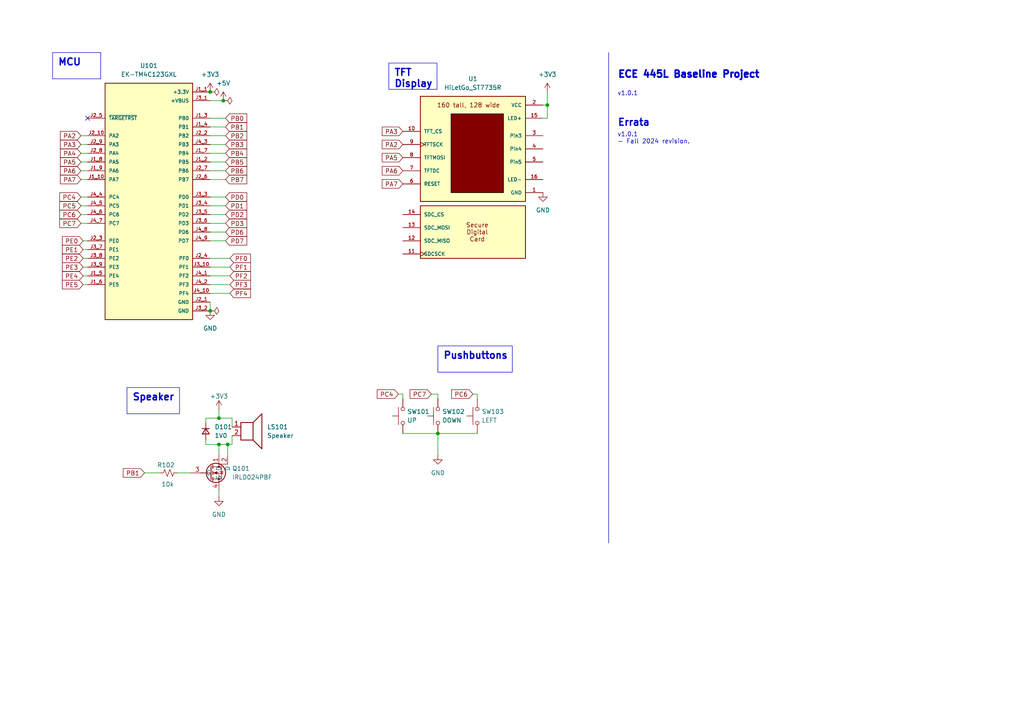
<source format=kicad_sch>
(kicad_sch (version 20231120) (generator "eeschema") (generator_version "8.0")
  (paper "A4")
  (title_block (title "ECE 445L Baseline Project") (date "2024-08-07") (rev "v1.0.1") (company "The University of Texas at Austin"))
  (lib_symbols
    (symbol "Device:D_Small" (pin_numbers hide) (pin_names (offset 0.254) hide)
      (property "Reference" "D" (at -1.27 2.032 0))
      (property "Value" "D_Small" (at -3.81 -2.032 0))
      (symbol "D_Small_0_1"
        (polyline (pts (xy -0.762 -1.016) (xy -0.762 1.016)) (stroke (width 0.254)))
        (polyline (pts (xy -0.762 0) (xy 0.762 0)))
        (polyline (pts (xy 0.762 -1.016) (xy -0.762 0) (xy 0.762 1.016) (xy 0.762 -1.016)) (stroke (width 0.254)))
      )
      (symbol "D_Small_1_1"
        (pin passive line (at -2.54 0 0) (length 1.778) (name "K") (number "1"))
        (pin passive line (at 2.54 0 180) (length 1.778) (name "A") (number "2"))
      )
    )
    (symbol "Device:Speaker" (pin_names (offset 0) hide)
      (property "Reference" "LS" (at 1.27 5.715 0))
      (property "Value" "Speaker" (at 1.27 3.81 0))
      (symbol "Speaker_0_0"
        (rectangle (start -2.54 1.27) (end 1.016 -3.81) (stroke (width 0.254)))
        (polyline (pts (xy 1.016 1.27) (xy 3.556 3.81) (xy 3.556 -6.35) (xy 1.016 -3.81)) (stroke (width 0.254)))
      )
      (symbol "Speaker_1_1"
        (pin input line (at -5.08 0 0) (length 2.54) (name "1") (number "1"))
        (pin input line (at -5.08 -2.54 0) (length 2.54) (name "2") (number "2"))
      )
    )
    (symbol "ECE445L:EK-TM4C123GXL" (pin_names (offset 1.016))
      (property "Reference" "U?" (at -12.7367 34.3099 0))
      (property "Value" "EK-TM4C123GXL" (at -12.7129 -38.1075 0))
      (symbol "EK-TM4C123GXL_0_0"
        (rectangle (start -12.7 -35.56) (end 12.7 33.02) (stroke (width 0.254)) (fill (type background)))
        (pin power_in line (at 17.78 30.48 180) (length 5.08) (name "+3.3V") (number "J1_1"))
        (pin bidirectional line (at -17.78 5.08 0) (length 5.08) (name "PA7") (number "J1_10"))
        (pin bidirectional line (at 17.78 22.86 180) (length 5.08) (name "PB0") (number "J1_3"))
        (pin bidirectional line (at 17.78 20.32 180) (length 5.08) (name "PB1") (number "J1_4"))
        (pin bidirectional line (at -17.78 -22.86 0) (length 5.08) (name "PE4") (number "J1_5"))
        (pin bidirectional line (at -17.78 -25.4 0) (length 5.08) (name "PE5") (number "J1_6"))
        (pin bidirectional line (at 17.78 12.7 180) (length 5.08) (name "PB4") (number "J1_7"))
        (pin bidirectional line (at -17.78 10.16 0) (length 5.08) (name "PA5") (number "J1_8"))
        (pin bidirectional line (at -17.78 7.62 0) (length 5.08) (name "PA6") (number "J1_9"))
        (pin power_in line (at 17.78 -30.48 180) (length 5.08) (name "GND") (number "J2_1"))
        (pin bidirectional line (at -17.78 17.78 0) (length 5.08) (name "PA2") (number "J2_10"))
        (pin bidirectional line (at 17.78 17.78 180) (length 5.08) (name "PB2") (number "J2_2"))
        (pin bidirectional line (at -17.78 -12.7 0) (length 5.08) (name "PE0") (number "J2_3"))
        (pin bidirectional line (at 17.78 -17.78 180) (length 5.08) (name "PF0") (number "J2_4"))
        (pin input line (at -17.78 22.86 0) (length 5.08) (name "~{TARGETRST}") (number "J2_5"))
        (pin bidirectional line (at 17.78 5.08 180) (length 5.08) (name "PB7") (number "J2_6"))
        (pin bidirectional line (at 17.78 7.62 180) (length 5.08) (name "PB6") (number "J2_7"))
        (pin bidirectional line (at -17.78 12.7 0) (length 5.08) (name "PA4") (number "J2_8"))
        (pin bidirectional line (at -17.78 15.24 0) (length 5.08) (name "PA3") (number "J2_9"))
        (pin power_in line (at 17.78 27.94 180) (length 5.08) (name "+VBUS") (number "J3_1"))
        (pin bidirectional line (at 17.78 -20.32 180) (length 5.08) (name "PF1") (number "J3_10"))
        (pin power_in line (at 17.78 -33.02 180) (length 5.08) (name "GND") (number "J3_2"))
        (pin bidirectional line (at 17.78 0 180) (length 5.08) (name "PD0") (number "J3_3"))
        (pin bidirectional line (at 17.78 -2.54 180) (length 5.08) (name "PD1") (number "J3_4"))
        (pin bidirectional line (at 17.78 -5.08 180) (length 5.08) (name "PD2") (number "J3_5"))
        (pin bidirectional line (at 17.78 -7.62 180) (length 5.08) (name "PD3") (number "J3_6"))
        (pin bidirectional line (at -17.78 -15.24 0) (length 5.08) (name "PE1") (number "J3_7"))
        (pin bidirectional line (at -17.78 -17.78 0) (length 5.08) (name "PE2") (number "J3_8"))
        (pin bidirectional line (at -17.78 -20.32 0) (length 5.08) (name "PE3") (number "J3_9"))
        (pin bidirectional line (at 17.78 -22.86 180) (length 5.08) (name "PF2") (number "J4_1"))
        (pin bidirectional line (at 17.78 -27.94 180) (length 5.08) (name "PF4") (number "J4_10"))
        (pin bidirectional line (at 17.78 -25.4 180) (length 5.08) (name "PF3") (number "J4_2"))
        (pin bidirectional line (at 17.78 15.24 180) (length 5.08) (name "PB3") (number "J4_3"))
        (pin bidirectional line (at -17.78 0 0) (length 5.08) (name "PC4") (number "J4_4"))
        (pin bidirectional line (at -17.78 -2.54 0) (length 5.08) (name "PC5") (number "J4_5"))
        (pin bidirectional line (at -17.78 -5.08 0) (length 5.08) (name "PC6") (number "J4_6"))
        (pin bidirectional line (at -17.78 -7.62 0) (length 5.08) (name "PC7") (number "J4_7"))
        (pin bidirectional line (at 17.78 -10.16 180) (length 5.08) (name "PD6") (number "J4_8"))
        (pin bidirectional line (at 17.78 -12.7 180) (length 5.08) (name "PD7") (number "J4_9"))
      )
      (symbol "EK-TM4C123GXL_1_0"
        (pin bidirectional line (at 17.78 10.16 180) (length 5.08) (name "PB5") (number "J1_2"))
      )
    )
    (symbol "ECE445L:HiLetGo_ST7735R" (pin_names (offset 1.016))
      (property "Reference" "U?" (at -15.24 16.002 0))
      (property "Value" "HiLetGo_ST7735R" (at -11.43 -34.29 0))
      (symbol "HiLetGo_ST7735R_0_0"
        (rectangle (start -15.24 -16.51) (end 15.24 -31.75) (stroke (width 0.254)) (fill (type background)))
        (rectangle (start -15.24 15.24) (end 15.24 -15.24) (stroke (width 0.254)) (fill (type background)))
      )
      (symbol "HiLetGo_ST7735R_1_0"
        (pin power_in line (at 20.32 -12.7 180) (length 5.08) (name "GND") (number "1"))
        (pin input line (at -20.32 5.08 0) (length 5.08) (name "TFT_CS") (number "10"))
        (pin input clock (at -20.32 -30.48 0) (length 5.08) (name "SDCSCK") (number "11"))
        (pin output line (at -20.32 -26.67 0) (length 5.08) (name "SDC_MISO") (number "12"))
        (pin input line (at -20.32 -22.86 0) (length 5.08) (name "SDC_MOSI") (number "13"))
        (pin input line (at -20.32 -19.05 0) (length 5.08) (name "SDC_CS") (number "14"))
        (pin power_in line (at 20.32 8.89 180) (length 5.08) (name "LED+") (number "15"))
        (pin power_in line (at 20.32 -8.89 180) (length 5.08) (name "LED-") (number "16"))
        (pin power_in line (at 20.32 12.7 180) (length 5.08) (name "VCC") (number "2"))
        (pin free line (at 20.32 3.81 180) (length 5.08) (name "Pin3") (number "3"))
        (pin free line (at 20.32 0 180) (length 5.08) (name "Pin4") (number "4"))
        (pin free line (at 20.32 -3.81 180) (length 5.08) (name "Pin5") (number "5"))
        (pin input line (at -20.32 -10.16 0) (length 5.08) (name "RESET") (number "6"))
        (pin input line (at -20.32 -6.35 0) (length 5.08) (name "TFTDC") (number "7"))
        (pin input line (at -20.32 -2.54 0) (length 5.08) (name "TFTMOSI") (number "8"))
        (pin input clock (at -20.32 1.27 0) (length 5.08) (name "TFTSCK") (number "9"))
      )
      (symbol "HiLetGo_ST7735R_1_1"
        (rectangle (start -6.35 10.16) (end 8.89 -12.7) (stroke (width 0) (color 0 0 0 1)) (fill (type color) (color 132 0 0 1)))
        (text "160 tall, 128 wide" (at -1.27 12.7 0) (effects (font (size 1.27 1.27))))
        (text "Secure\nDigital\nCard" (at 1.27 -24.13 0) (effects (font (size 1.27 1.27))))
      )
    )
    (symbol "ECE445L:IRLD024PBF"
      (property "Reference" "Q" (at 6.35 5.715 0))
      (property "Value" "IRLD024PBF" (at 16.51 -1.905 0))
      (symbol "IRLD024PBF_0_1"
        (polyline (pts (xy 11.43 0.635) (xy 8.636 0.635)))
        (polyline (pts (xy 11.684 2.54) (xy 11.684 -1.27)) (stroke (width 0.254)))
        (polyline (pts (xy 12.192 -0.635) (xy 12.192 -1.651)) (stroke (width 0.254)))
        (polyline (pts (xy 12.192 1.143) (xy 12.192 0.127)) (stroke (width 0.254)))
        (polyline (pts (xy 12.192 2.921) (xy 12.192 1.905)) (stroke (width 0.254)))
        (polyline (pts (xy 13.97 3.175) (xy 13.97 2.413)))
        (polyline (pts (xy 16.51 3.175) (xy 13.97 3.175)))
        (polyline (pts (xy 13.97 -1.905) (xy 13.97 0.635) (xy 12.192 0.635)))
        (polyline (pts (xy 12.192 -1.143) (xy 14.732 -1.143) (xy 14.732 2.413) (xy 12.192 2.413)))
        (polyline (pts (xy 12.446 0.635) (xy 13.462 1.016) (xy 13.462 0.254) (xy 12.446 0.635)) (fill (type outline)))
        (polyline (pts (xy 14.224 1.143) (xy 14.351 1.016) (xy 15.113 1.016) (xy 15.24 0.889)))
        (polyline (pts (xy 14.732 1.016) (xy 14.351 0.381) (xy 15.113 0.381) (xy 14.732 1.016)))
        (circle (center 13.081 0.635) (radius 2.794) (stroke (width 0.254)))
        (circle (center 13.97 -1.143) (radius 0.254) (fill (type outline)))
        (circle (center 13.97 2.413) (radius 0.254) (fill (type outline)))
      )
      (symbol "IRLD024PBF_1_1"
        (pin passive line (at 13.97 5.715 270) (length 2.54) (name "D") (number "1"))
        (pin passive line (at 16.51 5.715 270) (length 2.54) (name "D") (number "2"))
        (pin input line (at 5.715 0.635 0) (length 4) (name "G") (number "3"))
        (pin passive line (at 13.97 -4.445 90) (length 2.54) (name "S") (number "4"))
      )
    )
    (symbol "ECE445L:R_0.125W" (pin_numbers hide) (pin_names (offset 0.254) hide)
      (property "Reference" "R" (at 0.762 0.508 0))
      (property "Value" "R_0.125W" (at 0.762 -1.016 0))
      (symbol "R_0.125W_1_1"
        (polyline (pts (xy 0 0) (xy 1.016 -0.381) (xy 0 -0.762) (xy -1.016 -1.143) (xy 0 -1.524)))
        (polyline (pts (xy 0 1.524) (xy 1.016 1.143) (xy 0 0.762) (xy -1.016 0.381) (xy 0 0)))
        (pin passive line (at 0 2.54 270) (length 1.016) (name "~") (number "1"))
        (pin passive line (at 0 -2.54 90) (length 1.016) (name "~") (number "2"))
      )
    )
    (symbol "Switch:SW_Push" (pin_numbers hide) (pin_names (offset 1.016) hide)
      (property "Reference" "SW" (at 1.27 2.54 0))
      (property "Value" "SW_Push" (at 0 -1.524 0))
      (symbol "SW_Push_0_1"
        (circle (center -2.032 0) (radius 0.508))
        (polyline (pts (xy 0 1.27) (xy 0 3.048)))
        (polyline (pts (xy 2.54 1.27) (xy -2.54 1.27)))
        (circle (center 2.032 0) (radius 0.508))
        (pin passive line (at -5.08 0 0) (length 2.54) (name "1") (number "1"))
        (pin passive line (at 5.08 0 180) (length 2.54) (name "2") (number "2"))
      )
    )
    (symbol "power:+3V3" (power) (pin_numbers hide) (pin_names (offset 0) hide)
      (property "Value" "+3V3" (at 0 3.556 0))
      (symbol "+3V3_0_1"
        (polyline (pts (xy -0.762 1.27) (xy 0 2.54)))
        (polyline (pts (xy 0 0) (xy 0 2.54)))
        (polyline (pts (xy 0 2.54) (xy 0.762 1.27)))
      )
      (symbol "+3V3_1_1"
        (pin power_in line (at 0 0 90) (length 0) (name "~") (number "1"))
      )
    )
    (symbol "power:+5V" (power) (pin_numbers hide) (pin_names (offset 0) hide)
      (property "Value" "+5V" (at 0 3.556 0))
      (symbol "+5V_0_1"
        (polyline (pts (xy -0.762 1.27) (xy 0 2.54)))
        (polyline (pts (xy 0 0) (xy 0 2.54)))
        (polyline (pts (xy 0 2.54) (xy 0.762 1.27)))
      )
      (symbol "+5V_1_1"
        (pin power_in line (at 0 0 90) (length 0) (name "~") (number "1"))
      )
    )
    (symbol "power:GND" (power) (pin_numbers hide) (pin_names (offset 0) hide)
      (property "Value" "GND" (at 0 -3.81 0))
      (symbol "GND_0_1"
        (polyline (pts (xy 0 0) (xy 0 -1.27) (xy 1.27 -1.27) (xy 0 -2.54) (xy -1.27 -1.27) (xy 0 -1.27)))
      )
      (symbol "GND_1_1"
        (pin power_in line (at 0 0 270) (length 0) (name "~") (number "1"))
      )
    )
    (symbol "power:PWR_FLAG" (power) (pin_numbers hide) (pin_names (offset 0) hide)
      (property "Value" "PWR_FLAG" (at 0 3.81 0))
      (symbol "PWR_FLAG_0_0"
        (pin power_out line (at 0 0 90) (length 0) (name "~") (number "1"))
      )
      (symbol "PWR_FLAG_0_1"
        (polyline (pts (xy 0 0) (xy 0 1.27) (xy -1.016 1.905) (xy 0 2.54) (xy 1.016 1.905) (xy 0 1.27)))
      )
    )
  )
  (junction (at 60.96 26.67))
  (junction (at 63.5 121.285))
  (junction (at 66.04 128.905))
  (junction (at 158.75 30.48))
  (junction (at 60.96 90.17))
  (junction (at 63.5 128.905))
  (junction (at 127 125.73))
  (junction (at 64.77 29.21))
  (no_connect (at 25.4 34.29))
  (wire (pts (xy 60.96 41.91) (xy 65.405 41.91)))
  (wire (pts (xy 125.095 114.3) (xy 127 114.3)))
  (wire (pts (xy 116.84 114.3) (xy 116.84 115.57)))
  (wire (pts (xy 60.96 52.07) (xy 65.405 52.07)))
  (wire (pts (xy 60.96 36.83) (xy 65.405 36.83)))
  (wire (pts (xy 41.91 137.16) (xy 46.355 137.16)))
  (wire (pts (xy 59.69 121.285) (xy 63.5 121.285)))
  (wire (pts (xy 60.96 69.85) (xy 65.405 69.85)))
  (wire (pts (xy 23.495 64.77) (xy 25.4 64.77)))
  (wire (pts (xy 158.75 26.67) (xy 158.75 30.48)))
  (wire (pts (xy 60.96 77.47) (xy 66.675 77.47)))
  (wire (pts (xy 67.31 126.365) (xy 67.31 128.905)))
  (wire (pts (xy 24.13 77.47) (xy 25.4 77.47)))
  (wire (pts (xy 116.84 125.73) (xy 127 125.73)))
  (wire (pts (xy 23.495 62.23) (xy 25.4 62.23)))
  (wire (pts (xy 23.495 41.91) (xy 25.4 41.91)))
  (wire (pts (xy 63.5 118.745) (xy 63.5 121.285)))
  (wire (pts (xy 51.435 137.16) (xy 55.245 137.16)))
  (wire (pts (xy 60.96 39.37) (xy 65.405 39.37)))
  (wire (pts (xy 60.96 87.63) (xy 60.96 90.17)))
  (wire (pts (xy 63.5 128.905) (xy 66.04 128.905)))
  (wire (pts (xy 24.13 72.39) (xy 25.4 72.39)))
  (wire (pts (xy 115.57 114.3) (xy 116.84 114.3)))
  (wire (pts (xy 59.69 121.285) (xy 59.69 122.555)))
  (wire (pts (xy 60.96 85.09) (xy 66.675 85.09)))
  (wire (pts (xy 24.13 69.85) (xy 25.4 69.85)))
  (wire (pts (xy 157.48 34.29) (xy 158.75 34.29)))
  (wire (pts (xy 59.69 128.905) (xy 63.5 128.905)))
  (wire (pts (xy 23.495 49.53) (xy 25.4 49.53)))
  (wire (pts (xy 60.96 80.01) (xy 66.675 80.01)))
  (wire (pts (xy 127 132.08) (xy 127 125.73)))
  (wire (pts (xy 60.96 34.29) (xy 65.405 34.29)))
  (wire (pts (xy 24.13 80.01) (xy 25.4 80.01)))
  (wire (pts (xy 127 114.3) (xy 127 115.57)))
  (wire (pts (xy 23.495 39.37) (xy 25.4 39.37)))
  (wire (pts (xy 127 125.73) (xy 138.43 125.73)))
  (wire (pts (xy 23.495 44.45) (xy 25.4 44.45)))
  (wire (pts (xy 60.96 29.21) (xy 64.77 29.21)))
  (polyline (pts (xy 176.53 15.24) (xy 176.53 157.48)))
  (wire (pts (xy 24.13 82.55) (xy 25.4 82.55)))
  (wire (pts (xy 23.495 52.07) (xy 25.4 52.07)))
  (wire (pts (xy 157.48 30.48) (xy 158.75 30.48)))
  (wire (pts (xy 66.04 128.905) (xy 67.31 128.905)))
  (wire (pts (xy 23.495 46.99) (xy 25.4 46.99)))
  (wire (pts (xy 137.16 114.3) (xy 138.43 114.3)))
  (wire (pts (xy 60.96 64.77) (xy 65.405 64.77)))
  (wire (pts (xy 63.5 128.905) (xy 63.5 132.08)))
  (wire (pts (xy 138.43 114.3) (xy 138.43 115.57)))
  (wire (pts (xy 60.96 82.55) (xy 66.675 82.55)))
  (wire (pts (xy 60.96 74.93) (xy 66.675 74.93)))
  (wire (pts (xy 66.04 128.905) (xy 66.04 132.08)))
  (wire (pts (xy 60.96 44.45) (xy 65.405 44.45)))
  (wire (pts (xy 60.96 67.31) (xy 65.405 67.31)))
  (wire (pts (xy 60.96 57.15) (xy 65.405 57.15)))
  (wire (pts (xy 23.495 57.15) (xy 25.4 57.15)))
  (wire (pts (xy 67.31 121.285) (xy 67.31 123.825)))
  (wire (pts (xy 63.5 142.24) (xy 63.5 144.145)))
  (wire (pts (xy 60.96 59.69) (xy 65.405 59.69)))
  (wire (pts (xy 23.495 59.69) (xy 25.4 59.69)))
  (wire (pts (xy 60.96 46.99) (xy 65.405 46.99)))
  (wire (pts (xy 60.96 62.23) (xy 65.405 62.23)))
  (wire (pts (xy 158.75 34.29) (xy 158.75 30.48)))
  (wire (pts (xy 63.5 121.285) (xy 67.31 121.285)))
  (wire (pts (xy 60.96 49.53) (xy 65.405 49.53)))
  (wire (pts (xy 24.13 74.93) (xy 25.4 74.93)))
  (wire (pts (xy 59.69 128.905) (xy 59.69 127.635)))
  (text_box "MCU" (at 15.24 15.24 0) (size 13.97 7.62) (effects (font (size 2 2) (thickness 0.4) (bold yes)) (justify left top)))
  (text_box "Speaker" (at 36.83 112.395 0) (size 15.24 7.62) (effects (font (size 2 2) (thickness 0.4) (bold yes)) (justify left top)))
  (text_box "Pushbuttons" (at 127 100.33 0) (size 21.59 7.62) (effects (font (size 2 2) (thickness 0.4) (bold yes)) (justify left top)))
  (text_box "TFT Display" (at 112.776 18.288 0) (size 13.97 7.62) (effects (font (size 2 2) (thickness 0.4) (bold yes)) (justify left top)))
  (text "v1.0.1\n- Fall 2024 revision." (at 179.07 41.91 0) (effects (font (size 1.27 1.27)) (justify left bottom)))
  (text "ECE 445L Baseline Project" (at 179.07 22.86 0) (effects (font (size 2 2) (thickness 0.6) (bold yes)) (justify left bottom)))
  (text "v1.0.1" (at 179.07 27.94 0) (effects (font (size 1.27 1.27)) (justify left bottom)))
  (text "Errata" (at 179.07 36.83 0) (effects (font (size 2 2) (thickness 0.4) (bold yes)) (justify left bottom)))
  (global_label "PC5" (shape input) (at 23.495 59.69 180) (property "Intersheetrefs" "${INTERSHEET_REFS}" (effects (hide yes))))
  (global_label "PB6" (shape input) (at 65.405 49.53 0) (property "Intersheetrefs" "${INTERSHEET_REFS}" (effects (hide yes))))
  (global_label "PB2" (shape input) (at 65.405 39.37 0) (property "Intersheetrefs" "${INTERSHEET_REFS}" (effects (hide yes))))
  (global_label "PA7" (shape input) (at 23.495 52.07 180) (property "Intersheetrefs" "${INTERSHEET_REFS}" (effects (hide yes))))
  (global_label "PA4" (shape input) (at 23.495 44.45 180) (property "Intersheetrefs" "${INTERSHEET_REFS}" (effects (hide yes))))
  (global_label "PB5" (shape input) (at 65.405 46.99 0) (property "Intersheetrefs" "${INTERSHEET_REFS}" (effects (hide yes))))
  (global_label "PB3" (shape input) (at 65.405 41.91 0) (property "Intersheetrefs" "${INTERSHEET_REFS}" (effects (hide yes))))
  (global_label "PD7" (shape input) (at 65.405 69.85 0) (property "Intersheetrefs" "${INTERSHEET_REFS}" (effects (hide yes))))
  (global_label "PE0" (shape input) (at 24.13 69.85 180) (property "Intersheetrefs" "${INTERSHEET_REFS}" (effects (hide yes))))
  (global_label "PA5" (shape input) (at 116.84 45.72 180) (property "Intersheetrefs" "${INTERSHEET_REFS}" (effects (hide yes))))
  (global_label "PD1" (shape input) (at 65.405 59.69 0) (property "Intersheetrefs" "${INTERSHEET_REFS}" (effects (hide yes))))
  (global_label "PF4" (shape input) (at 66.675 85.09 0) (property "Intersheetrefs" "${INTERSHEET_REFS}" (effects (hide yes))))
  (global_label "PE3" (shape input) (at 24.13 77.47 180) (property "Intersheetrefs" "${INTERSHEET_REFS}" (effects (hide yes))))
  (global_label "PC7" (shape input) (at 23.495 64.77 180) (property "Intersheetrefs" "${INTERSHEET_REFS}" (effects (hide yes))))
  (global_label "PA2" (shape input) (at 116.84 41.91 180) (property "Intersheetrefs" "${INTERSHEET_REFS}" (effects (hide yes))))
  (global_label "PC7" (shape input) (at 125.095 114.3 180) (property "Intersheetrefs" "${INTERSHEET_REFS}" (effects (hide yes))))
  (global_label "PE2" (shape input) (at 24.13 74.93 180) (property "Intersheetrefs" "${INTERSHEET_REFS}" (effects (hide yes))))
  (global_label "PA3" (shape input) (at 23.495 41.91 180) (property "Intersheetrefs" "${INTERSHEET_REFS}" (effects (hide yes))))
  (global_label "PE4" (shape input) (at 24.13 80.01 180) (property "Intersheetrefs" "${INTERSHEET_REFS}" (effects (hide yes))))
  (global_label "PC4" (shape input) (at 23.495 57.15 180) (property "Intersheetrefs" "${INTERSHEET_REFS}" (effects (hide yes))))
  (global_label "PB0" (shape input) (at 65.405 34.29 0) (property "Intersheetrefs" "${INTERSHEET_REFS}" (effects (hide yes))))
  (global_label "PE1" (shape input) (at 24.13 72.39 180) (property "Intersheetrefs" "${INTERSHEET_REFS}" (effects (hide yes))))
  (global_label "PF3" (shape input) (at 66.675 82.55 0) (property "Intersheetrefs" "${INTERSHEET_REFS}" (effects (hide yes))))
  (global_label "PC4" (shape input) (at 115.57 114.3 180) (property "Intersheetrefs" "${INTERSHEET_REFS}" (effects (hide yes))))
  (global_label "PD3" (shape input) (at 65.405 64.77 0) (property "Intersheetrefs" "${INTERSHEET_REFS}" (effects (hide yes))))
  (global_label "PC6" (shape input) (at 137.16 114.3 180) (property "Intersheetrefs" "${INTERSHEET_REFS}" (effects (hide yes))))
  (global_label "PD0" (shape input) (at 65.405 57.15 0) (property "Intersheetrefs" "${INTERSHEET_REFS}" (effects (hide yes))))
  (global_label "PB7" (shape input) (at 65.405 52.07 0) (property "Intersheetrefs" "${INTERSHEET_REFS}" (effects (hide yes))))
  (global_label "PA2" (shape input) (at 23.495 39.37 180) (property "Intersheetrefs" "${INTERSHEET_REFS}" (effects (hide yes))))
  (global_label "PB1" (shape input) (at 41.91 137.16 180) (property "Intersheetrefs" "${INTERSHEET_REFS}" (effects (hide yes))))
  (global_label "PF0" (shape input) (at 66.675 74.93 0) (property "Intersheetrefs" "${INTERSHEET_REFS}" (effects (hide yes))))
  (global_label "PC6" (shape input) (at 23.495 62.23 180) (property "Intersheetrefs" "${INTERSHEET_REFS}" (effects (hide yes))))
  (global_label "PE5" (shape input) (at 24.13 82.55 180) (property "Intersheetrefs" "${INTERSHEET_REFS}" (effects (hide yes))))
  (global_label "PA7" (shape input) (at 116.84 53.34 180) (property "Intersheetrefs" "${INTERSHEET_REFS}" (effects (hide yes))))
  (global_label "PD6" (shape input) (at 65.405 67.31 0) (property "Intersheetrefs" "${INTERSHEET_REFS}" (effects (hide yes))))
  (global_label "PF1" (shape input) (at 66.675 77.47 0) (property "Intersheetrefs" "${INTERSHEET_REFS}" (effects (hide yes))))
  (global_label "PB1" (shape input) (at 65.405 36.83 0) (property "Intersheetrefs" "${INTERSHEET_REFS}" (effects (hide yes))))
  (global_label "PA3" (shape input) (at 116.84 38.1 180) (property "Intersheetrefs" "${INTERSHEET_REFS}" (effects (hide yes))))
  (global_label "PA6" (shape input) (at 23.495 49.53 180) (property "Intersheetrefs" "${INTERSHEET_REFS}" (effects (hide yes))))
  (global_label "PD2" (shape input) (at 65.405 62.23 0) (property "Intersheetrefs" "${INTERSHEET_REFS}" (effects (hide yes))))
  (global_label "PF2" (shape input) (at 66.675 80.01 0) (property "Intersheetrefs" "${INTERSHEET_REFS}" (effects (hide yes))))
  (global_label "PA6" (shape input) (at 116.84 49.53 180) (property "Intersheetrefs" "${INTERSHEET_REFS}" (effects (hide yes))))
  (global_label "PB4" (shape input) (at 65.405 44.45 0) (property "Intersheetrefs" "${INTERSHEET_REFS}" (effects (hide yes))))
  (global_label "PA5" (shape input) (at 23.495 46.99 180) (property "Intersheetrefs" "${INTERSHEET_REFS}" (effects (hide yes))))
  (symbol (lib_id "power:PWR_FLAG") (at 60.96 90.17 270) (unit 1)
    (property "Reference" "#FLG0102" (effects (hide yes)))
    (property "Value" "PWR_FLAG" (effects (hide yes)))
    (property "Description" "Special symbol for telling ERC where power comes from" (effects (hide yes)))
  )
  (symbol (lib_id "Device:D_Small") (at 59.69 125.095 270) (unit 1)
    (property "Reference" "D101" (at 62.23 123.825 90) (effects (justify left)))
    (property "Value" "1V0" (at 62.23 126.365 90) (effects (justify left)))
    (property "Footprint" "Diode_THT:D_5W_P12.70mm_Horizontal" (effects (hide yes)))
    (property "Description" "Diode, small symbol" (effects (hide yes)))
    (property "Cost" "0.10 " (effects (hide yes)))
    (property "Distributor" "Mouser" (effects (hide yes)))
    (property "Manufacturer" "onsemi" (effects (hide yes)))
    (property "P/N" "1N914 " (effects (hide yes)))
    (property "Sim.Device" "D" (effects (hide yes)))
    (property "Sim.Pins" "1=K 2=A" (effects (hide yes)))
  )
  (symbol (lib_id "ECE445L:EK-TM4C123GXL") (at 43.18 57.15 0) (unit 1)
    (property "Reference" "U101" (at 43.18 19.05 0))
    (property "Value" "EK-TM4C123GXL" (at 43.18 21.59 0))
    (property "Footprint" "ECE445L:ti_EKTM4C123GXL" (effects (hide yes)))
    (property "Datasheet" "https://www.ti.com/lit/ds/symlink/tm4c123gh6pm.pdf?ts=1693244962384&ref_url=https%253A%252F%252Fwww.google.com%252F" (effects (hide yes)))
    (property "Distributor" "Mouser" (effects (hide yes)))
    (property "Manufacturer" "Texas Instruments" (effects (hide yes)))
    (property "P/N" "EK-TM4C123GXL" (effects (hide yes)))
    (property "Cost" "22.60" (effects (hide yes)))
  )
  (symbol (lib_id "ECE445L:IRLD024PBF") (at 49.53 137.795 0) (unit 1)
    (property "Reference" "Q101" (at 67.31 135.8899 0) (effects (justify left)))
    (property "Value" "IRLD024PBF" (at 67.31 138.4299 0) (effects (justify left)))
    (property "Footprint" "ECE445L:DIP920W60P254L490H457Q4N" (effects (hide yes)))
    (property "Datasheet" "http://www.vishay.com/docs/91308/sihld24.pdf" (effects (hide yes)))
    (property "Description" "Vishay IRLD024PBF N-channel MOSFET Transistor, 2.5 A, 60 V, 4-Pin HVMDIP" (effects (hide yes)))
    (property "Cost" "1.67" (effects (hide yes)))
    (property "Distributor" "Mouser" (effects (hide yes)))
    (property "Manufacturer" "Vishay" (effects (hide yes)))
    (property "P/N" "IRLD024PBF" (effects (hide yes)))
    (property "Sim.Device" "NMOS" (effects (hide yes)))
    (property "Sim.Type" "VDMOS" (effects (hide yes)))
    (property "Sim.Pins" "1=D 2=G 3=S" (effects (hide yes)))
    (property "Height" "4.57" (effects (hide yes)))
    (property "Mouser Part Number" "844-IRLD024PBF" (effects (hide yes)))
    (property "Mouser Price/Stock" "https://www.mouser.co.uk/ProductDetail/Vishay-Siliconix/IRLD024PBF?qs=cvaI6ThkwxvrmVanJu5OcQ%3D%3D" (effects (hide yes)))
    (property "Manufacturer_Name" "Vishay" (effects (hide yes)))
    (property "Manufacturer_Part_Number" "IRLD024PBF" (effects (hide yes)))
  )
  (symbol (lib_id "power:PWR_FLAG") (at 64.77 29.21 270) (unit 1)
    (property "Reference" "#FLG0103" (effects (hide yes)))
    (property "Value" "PWR_FLAG" (effects (hide yes)))
    (property "Description" "Special symbol for telling ERC where power comes from" (effects (hide yes)))
  )
  (symbol (lib_id "Switch:SW_Push") (at 116.84 120.65 90) (unit 1)
    (property "Reference" "SW101" (at 118.11 119.38 90) (effects (justify right)))
    (property "Value" "UP" (at 118.11 121.92 90) (effects (justify right)))
    (property "Footprint" "Button_Switch_THT:SW_PUSH_6mm" (effects (hide yes)))
    (property "Description" "Push button switch, generic, two pins" (effects (hide yes)))
  )
  (symbol (lib_id "ECE445L:HiLetGo_ST7735R") (at 137.16 43.18 0) (unit 1)
    (property "Reference" "U1" (at 137.16 22.86 0))
    (property "Value" "HiLetGo_ST7735R" (at 137.16 25.4 0))
    (property "Footprint" "ECE445L:hiletgo_st7735r" (effects (hide yes)))
    (property "Datasheet" "https://users.ece.utexas.edu/~valvano/mspm0/1-8-tft-display.pdf" (effects (hide yes)))
    (property "Description" "http://hiletgo.com/ProductDetail/2157911.html" (effects (hide yes)))
    (property "Distributor" "Amazon" (effects (hide yes)))
    (property "Manufacturer" "HiLetGo" (effects (hide yes)))
    (property "P/N" "https://www.amazon.com/s?k=hiletgo+ST7735R" (effects (hide yes)))
    (property "Cost" "9.95" (effects (hide yes)))
  )
  (symbol (lib_id "power:+5V") (at 64.77 29.21 0) (unit 1)
    (property "Reference" "#PWR0105" (effects (hide yes)))
    (property "Value" "+5V" (at 64.77 24.13 0))
    (property "Description" "Power symbol creates a global label with name \"+5V\"" (effects (hide yes)))
  )
  (symbol (lib_id "power:GND") (at 127 132.08 0) (unit 1)
    (property "Reference" "#PWR0107" (effects (hide yes)))
    (property "Value" "GND" (at 127 137.16 0))
    (property "Description" "Power symbol creates a global label with name \"GND\" , ground" (effects (hide yes)))
  )
  (symbol (lib_id "Switch:SW_Push") (at 127 120.65 90) (unit 1)
    (property "Reference" "SW102" (at 128.27 119.38 90) (effects (justify right)))
    (property "Value" "DOWN" (at 128.27 121.92 90) (effects (justify right)))
    (property "Footprint" "Button_Switch_THT:SW_PUSH_6mm" (effects (hide yes)))
    (property "Description" "Push button switch, generic, two pins" (effects (hide yes)))
  )
  (symbol (lib_id "Switch:SW_Push") (at 138.43 120.65 90) (unit 1)
    (property "Reference" "SW103" (at 139.7 119.38 90) (effects (justify right)))
    (property "Value" "LEFT" (at 139.7 121.92 90) (effects (justify right)))
    (property "Footprint" "Button_Switch_THT:SW_PUSH_6mm" (effects (hide yes)))
    (property "Description" "Push button switch, generic, two pins" (effects (hide yes)))
  )
  (symbol (lib_id "power:+3V3") (at 158.75 26.67 0) (unit 1)
    (property "Reference" "#PWR04" (effects (hide yes)))
    (property "Value" "+3V3" (at 158.75 21.59 0))
    (property "Description" "Power symbol creates a global label with name \"+3V3\"" (effects (hide yes)))
  )
  (symbol (lib_id "power:+3V3") (at 60.96 26.67 0) (unit 1)
    (property "Reference" "#PWR0103" (effects (hide yes)))
    (property "Value" "+3V3" (at 60.96 21.59 0))
    (property "Description" "Power symbol creates a global label with name \"+3V3\"" (effects (hide yes)))
  )
  (symbol (lib_id "power:GND") (at 63.5 144.145 0) (unit 1)
    (property "Reference" "#PWR0102" (effects (hide yes)))
    (property "Value" "GND" (at 63.5 149.225 0))
    (property "Description" "Power symbol creates a global label with name \"GND\" , ground" (effects (hide yes)))
  )
  (symbol (lib_id "power:GND") (at 157.48 55.88 0) (unit 1)
    (property "Reference" "#PWR05" (effects (hide yes)))
    (property "Value" "GND" (at 157.48 60.96 0))
    (property "Description" "Power symbol creates a global label with name \"GND\" , ground" (effects (hide yes)))
  )
  (symbol (lib_id "power:PWR_FLAG") (at 60.96 26.67 270) (unit 1)
    (property "Reference" "#FLG0101" (effects (hide yes)))
    (property "Value" "PWR_FLAG" (effects (hide yes)))
    (property "Description" "Special symbol for telling ERC where power comes from" (effects (hide yes)))
  )
  (symbol (lib_id "Device:Speaker") (at 72.39 123.825 0) (unit 1)
    (property "Reference" "LS101" (at 77.47 123.825 0) (effects (justify left)))
    (property "Value" "Speaker" (at 77.47 126.365 0) (effects (justify left)))
    (property "Footprint" "Connector_PinHeader_2.54mm:PinHeader_1x02_P2.54mm_Vertical" (effects (hide yes)))
    (property "Description" "Speaker" (effects (hide yes)))
  )
  (symbol (lib_id "power:GND") (at 60.96 90.17 0) (unit 1)
    (property "Reference" "#PWR0104" (effects (hide yes)))
    (property "Value" "GND" (at 60.96 95.25 0))
    (property "Description" "Power symbol creates a global label with name \"GND\" , ground" (effects (hide yes)))
  )
  (symbol (lib_id "ECE445L:R_0.125W") (at 48.895 137.16 90) (unit 1)
    (property "Reference" "R102" (at 48.133 134.874 90))
    (property "Value" "10k" (at 48.641 140.462 90))
    (property "Footprint" "ECE445L:R_Axial_DIN0204_L3.6mm_D1.6mm_P7.62mm_Horizontal" (effects (hide yes)))
    (property "Datasheet" "https://users.ece.utexas.edu/~valvano/mspm0/CarbonFilmresistors.pdf" (effects (hide yes)))
    (property "Description" "Resistor, small US symbol" (effects (hide yes)))
  )
  (symbol (lib_id "power:+3V3") (at 63.5 118.745 0) (unit 1)
    (property "Reference" "#PWR0101" (effects (hide yes)))
    (property "Value" "+3V3" (at 63.5 114.935 0))
    (property "Description" "Power symbol creates a global label with name \"+3V3\"" (effects (hide yes)))
  )
)
</source>
